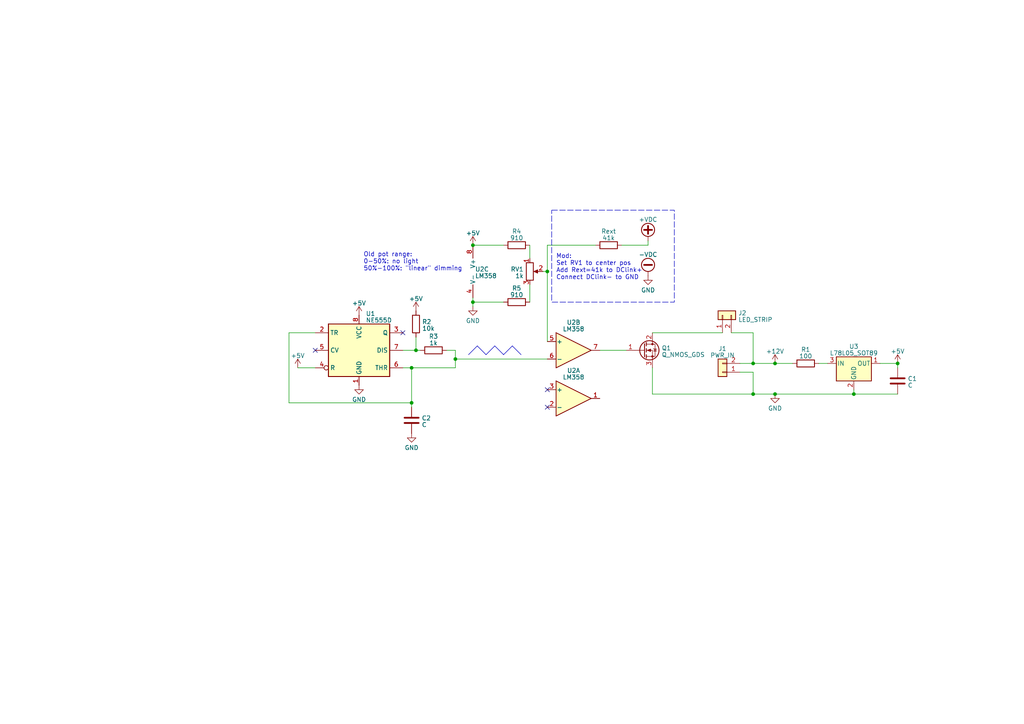
<source format=kicad_sch>
(kicad_sch (version 20230121) (generator eeschema)
  (paper "A4")
  (lib_symbols
    (symbol "Amplifier_Operational:LM358" (pin_names (offset 0.127))
      (property "Reference" "U" (at 0 5.08 0))
      (property "Value" "LM358" (at 0 -5.08 0))
      (symbol "LM358_1_1"
        (polyline (pts (xy -5.08 5.08) (xy 5.08 0) (xy -5.08 -5.08) (xy -5.08 5.08)) (stroke (width 0.254)) (fill (type background)))
        (pin output line (at 7.62 0 180) (length 2.54) (name "~") (number "1"))
        (pin input line (at -7.62 -2.54 0) (length 2.54) (name "-") (number "2"))
        (pin input line (at -7.62 2.54 0) (length 2.54) (name "+") (number "3"))
      )
      (symbol "LM358_2_1"
        (polyline (pts (xy -5.08 5.08) (xy 5.08 0) (xy -5.08 -5.08) (xy -5.08 5.08)) (stroke (width 0.254)) (fill (type background)))
        (pin input line (at -7.62 2.54 0) (length 2.54) (name "+") (number "5"))
        (pin input line (at -7.62 -2.54 0) (length 2.54) (name "-") (number "6"))
        (pin output line (at 7.62 0 180) (length 2.54) (name "~") (number "7"))
      )
      (symbol "LM358_3_1"
        (pin power_in line (at -2.54 -7.62 90) (length 3.81) (name "V-") (number "4"))
        (pin power_in line (at -2.54 7.62 270) (length 3.81) (name "V+") (number "8"))
      )
    )
    (symbol "Connector_Generic:Conn_01x02" (pin_names (offset 1.016) hide)
      (property "Reference" "J" (at 0 2.54 0))
      (property "Value" "Conn_01x02" (at 0 -5.08 0))
      (symbol "Conn_01x02_1_1"
        (rectangle (start -1.27 -2.413) (end 0 -2.667) (stroke (width 0.1524)))
        (rectangle (start -1.27 0.127) (end 0 -0.127) (stroke (width 0.1524)))
        (rectangle (start -1.27 1.27) (end 1.27 -3.81) (stroke (width 0.254)) (fill (type background)))
        (pin passive line (at -5.08 0 0) (length 3.81) (name "Pin_1") (number "1"))
        (pin passive line (at -5.08 -2.54 0) (length 3.81) (name "Pin_2") (number "2"))
      )
    )
    (symbol "Device:C" (pin_numbers hide) (pin_names (offset 0.254))
      (property "Reference" "C" (at 0.635 2.54 0))
      (property "Value" "C" (at 0.635 -2.54 0))
      (symbol "C_0_1"
        (polyline (pts (xy -2.032 -0.762) (xy 2.032 -0.762)) (stroke (width 0.508)))
        (polyline (pts (xy -2.032 0.762) (xy 2.032 0.762)) (stroke (width 0.508)))
      )
      (symbol "C_1_1"
        (pin passive line (at 0 3.81 270) (length 2.794) (name "~") (number "1"))
        (pin passive line (at 0 -3.81 90) (length 2.794) (name "~") (number "2"))
      )
    )
    (symbol "Device:Q_NMOS_GDS" (pin_names (offset 0) hide)
      (property "Reference" "Q" (at 5.08 1.27 0))
      (property "Value" "Q_NMOS_GDS" (at 5.08 -1.27 0))
      (symbol "Q_NMOS_GDS_0_1"
        (polyline (pts (xy 0.254 0) (xy -2.54 0)))
        (polyline (pts (xy 0.254 1.905) (xy 0.254 -1.905)) (stroke (width 0.254)))
        (polyline (pts (xy 0.762 -1.27) (xy 0.762 -2.286)) (stroke (width 0.254)))
        (polyline (pts (xy 0.762 0.508) (xy 0.762 -0.508)) (stroke (width 0.254)))
        (polyline (pts (xy 0.762 2.286) (xy 0.762 1.27)) (stroke (width 0.254)))
        (polyline (pts (xy 2.54 2.54) (xy 2.54 1.778)))
        (polyline (pts (xy 2.54 -2.54) (xy 2.54 0) (xy 0.762 0)))
        (polyline (pts (xy 0.762 -1.778) (xy 3.302 -1.778) (xy 3.302 1.778) (xy 0.762 1.778)))
        (polyline (pts (xy 1.016 0) (xy 2.032 0.381) (xy 2.032 -0.381) (xy 1.016 0)) (fill (type outline)))
        (polyline (pts (xy 2.794 0.508) (xy 2.921 0.381) (xy 3.683 0.381) (xy 3.81 0.254)))
        (polyline (pts (xy 3.302 0.381) (xy 2.921 -0.254) (xy 3.683 -0.254) (xy 3.302 0.381)))
        (circle (center 1.651 0) (radius 2.794) (stroke (width 0.254)))
        (circle (center 2.54 -1.778) (radius 0.254) (fill (type outline)))
        (circle (center 2.54 1.778) (radius 0.254) (fill (type outline)))
      )
      (symbol "Q_NMOS_GDS_1_1"
        (pin input line (at -5.08 0 0) (length 2.54) (name "G") (number "1"))
        (pin passive line (at 2.54 5.08 270) (length 2.54) (name "D") (number "2"))
        (pin passive line (at 2.54 -5.08 90) (length 2.54) (name "S") (number "3"))
      )
    )
    (symbol "Device:R" (pin_numbers hide) (pin_names (offset 0))
      (property "Reference" "R" (at 2.032 0 90))
      (property "Value" "R" (at 0 0 90))
      (symbol "R_0_1"
        (rectangle (start -1.016 -2.54) (end 1.016 2.54) (stroke (width 0.254)))
      )
      (symbol "R_1_1"
        (pin passive line (at 0 3.81 270) (length 1.27) (name "~") (number "1"))
        (pin passive line (at 0 -3.81 90) (length 1.27) (name "~") (number "2"))
      )
    )
    (symbol "Device:R_Potentiometer" (pin_names (offset 1.016) hide)
      (property "Reference" "RV" (at -4.445 0 90))
      (property "Value" "R_Potentiometer" (at -2.54 0 90))
      (symbol "R_Potentiometer_0_1"
        (polyline (pts (xy 2.54 0) (xy 1.524 0)))
        (polyline (pts (xy 1.143 0) (xy 2.286 0.508) (xy 2.286 -0.508) (xy 1.143 0)) (fill (type outline)))
        (rectangle (start 1.016 2.54) (end -1.016 -2.54) (stroke (width 0.254)))
      )
      (symbol "R_Potentiometer_1_1"
        (pin passive line (at 0 3.81 270) (length 1.27) (name "1") (number "1"))
        (pin passive line (at 3.81 0 180) (length 1.27) (name "2") (number "2"))
        (pin passive line (at 0 -3.81 90) (length 1.27) (name "3") (number "3"))
      )
    )
    (symbol "Regulator_Linear:L78L05_SOT89" (pin_names (offset 0.254))
      (property "Reference" "U" (at -3.81 3.175 0))
      (property "Value" "L78L05_SOT89" (at -0.635 3.175 0))
      (symbol "L78L05_SOT89_0_1"
        (rectangle (start -5.08 1.905) (end 5.08 -5.08) (stroke (width 0.254)) (fill (type background)))
      )
      (symbol "L78L05_SOT89_1_1"
        (pin power_out line (at 7.62 0 180) (length 2.54) (name "OUT") (number "1"))
        (pin power_in line (at 0 -7.62 90) (length 2.54) (name "GND") (number "2"))
        (pin power_in line (at -7.62 0 0) (length 2.54) (name "IN") (number "3"))
      )
    )
    (symbol "Timer:NE555D"
      (property "Reference" "U" (at -10.16 8.89 0))
      (property "Value" "NE555D" (at 2.54 8.89 0))
      (symbol "NE555D_0_0"
        (pin power_in line (at 0 -10.16 90) (length 2.54) (name "GND") (number "1"))
        (pin power_in line (at 0 10.16 270) (length 2.54) (name "VCC") (number "8"))
      )
      (symbol "NE555D_0_1"
        (rectangle (start -8.89 -7.62) (end 8.89 7.62) (stroke (width 0.254)) (fill (type background)))
        (rectangle (start -8.89 -7.62) (end 8.89 7.62) (stroke (width 0.254)) (fill (type background)))
      )
      (symbol "NE555D_1_1"
        (pin input line (at -12.7 5.08 0) (length 3.81) (name "TR") (number "2"))
        (pin output line (at 12.7 5.08 180) (length 3.81) (name "Q") (number "3"))
        (pin input inverted (at -12.7 -5.08 0) (length 3.81) (name "R") (number "4"))
        (pin input line (at -12.7 0 0) (length 3.81) (name "CV") (number "5"))
        (pin input line (at 12.7 -5.08 180) (length 3.81) (name "THR") (number "6"))
        (pin input line (at 12.7 0 180) (length 3.81) (name "DIS") (number "7"))
      )
    )
    (symbol "power:+12V" (power) (pin_names (offset 0))
      (property "Value" "+12V" (at 0 3.556 0))
      (symbol "+12V_0_1"
        (polyline (pts (xy -0.762 1.27) (xy 0 2.54)))
        (polyline (pts (xy 0 0) (xy 0 2.54)))
        (polyline (pts (xy 0 2.54) (xy 0.762 1.27)))
      )
      (symbol "+12V_1_1"
        (pin power_in line (at 0 0 90) (length 0) hide (name "+12V") (number "1"))
      )
    )
    (symbol "power:+5V" (power) (pin_names (offset 0))
      (property "Value" "+5V" (at 0 3.556 0))
      (symbol "+5V_0_1"
        (polyline (pts (xy -0.762 1.27) (xy 0 2.54)))
        (polyline (pts (xy 0 0) (xy 0 2.54)))
        (polyline (pts (xy 0 2.54) (xy 0.762 1.27)))
      )
      (symbol "+5V_1_1"
        (pin power_in line (at 0 0 90) (length 0) hide (name "+5V") (number "1"))
      )
    )
    (symbol "power:+VDC" (power) (pin_names (offset 0))
      (property "Value" "+VDC" (at 0 6.35 0))
      (symbol "+VDC_0_1"
        (polyline (pts (xy -1.143 3.175) (xy 1.143 3.175)) (stroke (width 0.508)))
        (polyline (pts (xy 0 0) (xy 0 1.27)))
        (polyline (pts (xy 0 2.032) (xy 0 4.318)) (stroke (width 0.508)))
        (circle (center 0 3.175) (radius 1.905) (stroke (width 0.254)))
      )
      (symbol "+VDC_1_1"
        (pin power_in line (at 0 0 90) (length 0) hide (name "+VDC") (number "1"))
      )
    )
    (symbol "power:-VDC" (power) (pin_names (offset 0))
      (property "Value" "-VDC" (at 0 6.35 0))
      (symbol "-VDC_0_1"
        (polyline (pts (xy -1.143 3.175) (xy 1.143 3.175)) (stroke (width 0.508)))
        (polyline (pts (xy 0 0) (xy 0 1.27)))
        (circle (center 0 3.175) (radius 1.905) (stroke (width 0.254)))
      )
      (symbol "-VDC_1_1"
        (pin power_in line (at 0 0 90) (length 0) hide (name "-VDC") (number "1"))
      )
    )
    (symbol "power:GND" (power) (pin_names (offset 0))
      (property "Value" "GND" (at 0 -3.81 0))
      (symbol "GND_0_1"
        (polyline (pts (xy 0 0) (xy 0 -1.27) (xy 1.27 -1.27) (xy 0 -2.54) (xy -1.27 -1.27) (xy 0 -1.27)))
      )
      (symbol "GND_1_1"
        (pin power_in line (at 0 0 270) (length 0) hide (name "GND") (number "1"))
      )
    )
  )
  (junction (at 224.79 105.41))
  (junction (at 119.38 106.68))
  (junction (at 260.35 105.41))
  (junction (at 120.65 101.6))
  (junction (at 132.08 104.14))
  (junction (at 119.38 116.84))
  (junction (at 218.44 105.41))
  (junction (at 218.44 114.3))
  (junction (at 247.65 114.3))
  (junction (at 137.16 71.12))
  (junction (at 224.79 114.3))
  (junction (at 158.75 78.74))
  (junction (at 137.16 87.63))
  (no_connect (at 158.75 113.03))
  (no_connect (at 158.75 118.11))
  (no_connect (at 91.44 101.6))
  (no_connect (at 116.84 96.52))
  (wire (pts (xy 187.96 69.85) (xy 187.96 71.12)))
  (wire (pts (xy 120.65 101.6) (xy 121.92 101.6)))
  (wire (pts (xy 218.44 105.41) (xy 224.79 105.41)))
  (wire (pts (xy 255.27 105.41) (xy 260.35 105.41)))
  (wire (pts (xy 132.08 104.14) (xy 132.08 106.68)))
  (wire (pts (xy 189.23 106.68) (xy 189.23 114.3)))
  (wire (pts (xy 224.79 114.3) (xy 247.65 114.3)))
  (wire (pts (xy 116.84 106.68) (xy 119.38 106.68)))
  (wire (pts (xy 237.49 105.41) (xy 240.03 105.41)))
  (wire (pts (xy 91.44 96.52) (xy 83.82 96.52)))
  (wire (pts (xy 247.65 114.3) (xy 247.65 113.03)))
  (wire (pts (xy 187.96 71.12) (xy 180.34 71.12)))
  (wire (pts (xy 119.38 106.68) (xy 119.38 116.84)))
  (wire (pts (xy 153.67 82.55) (xy 153.67 87.63)))
  (wire (pts (xy 214.63 107.95) (xy 218.44 107.95)))
  (polyline (pts (xy 143.51 100.33) (xy 146.05 102.87)))
  (wire (pts (xy 158.75 78.74) (xy 158.75 99.06)))
  (wire (pts (xy 119.38 106.68) (xy 132.08 106.68)))
  (wire (pts (xy 137.16 87.63) (xy 137.16 86.36)))
  (wire (pts (xy 120.65 97.79) (xy 120.65 101.6)))
  (wire (pts (xy 212.09 96.52) (xy 218.44 96.52)))
  (wire (pts (xy 158.75 71.12) (xy 172.72 71.12)))
  (wire (pts (xy 137.16 87.63) (xy 146.05 87.63)))
  (wire (pts (xy 218.44 96.52) (xy 218.44 105.41)))
  (wire (pts (xy 189.23 114.3) (xy 218.44 114.3)))
  (wire (pts (xy 132.08 104.14) (xy 158.75 104.14)))
  (wire (pts (xy 129.54 101.6) (xy 132.08 101.6)))
  (wire (pts (xy 218.44 114.3) (xy 224.79 114.3)))
  (wire (pts (xy 116.84 101.6) (xy 120.65 101.6)))
  (wire (pts (xy 137.16 71.12) (xy 146.05 71.12)))
  (wire (pts (xy 218.44 107.95) (xy 218.44 114.3)))
  (wire (pts (xy 83.82 96.52) (xy 83.82 116.84)))
  (wire (pts (xy 224.79 105.41) (xy 229.87 105.41)))
  (polyline (pts (xy 146.05 102.87) (xy 148.59 100.33)))
  (wire (pts (xy 137.16 88.9) (xy 137.16 87.63)))
  (wire (pts (xy 132.08 101.6) (xy 132.08 104.14)))
  (wire (pts (xy 83.82 116.84) (xy 119.38 116.84)))
  (wire (pts (xy 158.75 71.12) (xy 158.75 78.74)))
  (wire (pts (xy 119.38 116.84) (xy 119.38 118.11)))
  (wire (pts (xy 158.75 78.74) (xy 157.48 78.74)))
  (polyline (pts (xy 138.43 100.33) (xy 140.97 102.87)))
  (wire (pts (xy 247.65 114.3) (xy 260.35 114.3)))
  (wire (pts (xy 86.36 106.68) (xy 91.44 106.68)))
  (wire (pts (xy 153.67 71.12) (xy 153.67 74.93)))
  (wire (pts (xy 214.63 105.41) (xy 218.44 105.41)))
  (polyline (pts (xy 135.89 102.87) (xy 138.43 100.33)))
  (polyline (pts (xy 148.59 100.33) (xy 151.13 102.87)))
  (polyline (pts (xy 140.97 102.87) (xy 143.51 100.33)))
  (wire (pts (xy 173.99 101.6) (xy 181.61 101.6)))
  (wire (pts (xy 189.23 96.52) (xy 209.55 96.52)))
  (wire (pts (xy 260.35 105.41) (xy 260.35 106.68)))
  (rectangle (start 160.02 60.96) (end 195.58 87.63) (stroke (width 0) (type dash)))
  (text "Old pot range:\n0-50%: no light\n50%-100%: \"linear\" dimming" (at 105.41 78.74 0) (effects (font (size 1.27 1.27)) (justify left bottom)))
  (text "Mod:\nSet RV1 to center pos\nAdd Rext=41k to DClink+\nConnect DClink- to GND" (at 161.29 81.28 0) (effects (font (size 1.27 1.27)) (justify left bottom)))
  (symbol (lib_id "Timer:NE555D") (at 104.14 101.6 0) (unit 1)
    (property "Reference" "U1" (at 106.0959 90.9701 0) (effects (justify left)))
    (property "Value" "NE555D" (at 106.0959 92.8911 0) (effects (justify left)))
    (property "Footprint" "Package_SO:SOIC-8_3.9x4.9mm_P1.27mm" (effects hide))
    (property "Datasheet" "http://www.ti.com/lit/ds/symlink/ne555.pdf" (effects hide))
  )
  (symbol (lib_id "Device:Q_NMOS_GDS") (at 186.69 101.6 0) (unit 1)
    (property "Reference" "Q1" (at 191.897 100.9563 0) (effects (justify left)))
    (property "Value" "Q_NMOS_GDS" (at 191.897 102.8773 0) (effects (justify left)))
  )
  (symbol (lib_id "Amplifier_Operational:LM358") (at 166.37 101.6 0) (unit 2)
    (property "Reference" "U2" (at 166.37 93.5101 0))
    (property "Value" "LM358" (at 166.37 95.4311 0))
    (property "Datasheet" "http://www.ti.com/lit/ds/symlink/lm2904-n.pdf" (effects hide))
  )
  (symbol (lib_id "Regulator_Linear:L78L05_SOT89") (at 247.65 105.41 0) (unit 1)
    (property "Reference" "U3" (at 247.65 100.4951 0))
    (property "Value" "L78L05_SOT89" (at 247.65 102.4161 0))
    (property "Footprint" "Package_TO_SOT_SMD:SOT-89-3" (effects hide))
    (property "Datasheet" "http://www.st.com/content/ccc/resource/technical/document/datasheet/15/55/e5/aa/23/5b/43/fd/CD00000446.pdf/files/CD00000446.pdf/jcr:content/translations/en.CD00000446.pdf" (effects hide))
  )
  (symbol (lib_id "Connector_Generic:Conn_01x02") (at 209.55 91.44 90) (unit 1)
    (property "Reference" "J2" (at 214.122 90.7963 90) (effects (justify right)))
    (property "Value" "LED_STRIP" (at 214.122 92.7173 90) (effects (justify right)))
  )
  (symbol (lib_id "power:GND") (at 137.16 88.9 0) (unit 1)
    (property "Reference" "#PWR04" (effects hide))
    (property "Value" "GND" (at 137.16 93.0355 0))
  )
  (symbol (lib_id "Device:C") (at 260.35 110.49 0) (unit 1)
    (property "Reference" "C1" (at 263.271 109.8463 0) (effects (justify left)))
    (property "Value" "C" (at 263.271 111.7673 0) (effects (justify left)))
  )
  (symbol (lib_id "power:-VDC") (at 187.96 80.01 0) (unit 1)
    (property "Reference" "#PWR012" (effects hide))
    (property "Value" "-VDC" (at 187.96 73.8411 0))
  )
  (symbol (lib_id "power:+5V") (at 260.35 105.41 0) (unit 1)
    (property "Reference" "#PWR06" (effects hide))
    (property "Value" "+5V" (at 260.35 101.9081 0))
  )
  (symbol (lib_id "Amplifier_Operational:LM358") (at 166.37 115.57 0) (unit 1)
    (property "Reference" "U2" (at 166.37 107.4801 0))
    (property "Value" "LM358" (at 166.37 109.4011 0))
    (property "Datasheet" "http://www.ti.com/lit/ds/symlink/lm2904-n.pdf" (effects hide))
  )
  (symbol (lib_id "Device:R") (at 233.68 105.41 90) (unit 1)
    (property "Reference" "R1" (at 233.68 101.3841 90))
    (property "Value" "100" (at 233.68 103.3051 90))
  )
  (symbol (lib_id "Amplifier_Operational:LM358") (at 139.7 78.74 0) (unit 3)
    (property "Reference" "U2" (at 137.795 78.0963 0) (effects (justify left)))
    (property "Value" "LM358" (at 137.795 80.0173 0) (effects (justify left)))
    (property "Datasheet" "http://www.ti.com/lit/ds/symlink/lm2904-n.pdf" (effects hide))
  )
  (symbol (lib_id "power:+5V") (at 86.36 106.68 0) (unit 1)
    (property "Reference" "#PWR08" (effects hide))
    (property "Value" "+5V" (at 86.36 103.1781 0))
  )
  (symbol (lib_id "power:GND") (at 224.79 114.3 0) (unit 1)
    (property "Reference" "#PWR02" (effects hide))
    (property "Value" "GND" (at 224.79 118.4355 0))
  )
  (symbol (lib_id "power:GND") (at 119.38 125.73 0) (unit 1)
    (property "Reference" "#PWR05" (effects hide))
    (property "Value" "GND" (at 119.38 129.8655 0))
  )
  (symbol (lib_id "power:+5V") (at 137.16 71.12 0) (unit 1)
    (property "Reference" "#PWR07" (effects hide))
    (property "Value" "+5V" (at 137.16 67.6181 0))
  )
  (symbol (lib_id "power:GND") (at 104.14 111.76 0) (unit 1)
    (property "Reference" "#PWR03" (effects hide))
    (property "Value" "GND" (at 104.14 115.8955 0))
  )
  (symbol (lib_id "power:+VDC") (at 187.96 69.85 0) (unit 1)
    (property "Reference" "#PWR011" (effects hide))
    (property "Value" "+VDC" (at 187.96 63.6811 0))
  )
  (symbol (lib_id "power:+5V") (at 104.14 91.44 0) (unit 1)
    (property "Reference" "#PWR010" (effects hide))
    (property "Value" "+5V" (at 104.14 87.9381 0))
  )
  (symbol (lib_id "Device:R_Potentiometer") (at 153.67 78.74 0) (unit 1)
    (property "Reference" "RV1" (at 151.8921 78.0963 0) (effects (justify right)))
    (property "Value" "1k" (at 151.8921 80.0173 0) (effects (justify right)))
  )
  (symbol (lib_id "Device:R") (at 176.53 71.12 90) (unit 1)
    (property "Reference" "Rext" (at 176.53 67.0941 90))
    (property "Value" "41k" (at 176.53 69.0151 90))
  )
  (symbol (lib_id "power:+12V") (at 224.79 105.41 0) (unit 1)
    (property "Reference" "#PWR01" (effects hide))
    (property "Value" "+12V" (at 224.79 101.9081 0))
  )
  (symbol (lib_id "Device:R") (at 149.86 71.12 90) (unit 1)
    (property "Reference" "R4" (at 149.86 67.0941 90))
    (property "Value" "910" (at 149.86 69.0151 90))
  )
  (symbol (lib_id "power:GND") (at 187.96 80.01 0) (unit 1)
    (property "Reference" "#PWR013" (effects hide))
    (property "Value" "GND" (at 187.96 84.1455 0))
  )
  (symbol (lib_id "Device:R") (at 125.73 101.6 270) (unit 1)
    (property "Reference" "R3" (at 125.73 97.5741 90))
    (property "Value" "1k" (at 125.73 99.4951 90))
  )
  (symbol (lib_id "Connector_Generic:Conn_01x02") (at 209.55 107.95 180) (unit 1)
    (property "Reference" "J1" (at 209.55 101.1301 0))
    (property "Value" "PWR_IN" (at 209.55 103.0511 0))
  )
  (symbol (lib_id "Device:R") (at 120.65 93.98 180) (unit 1)
    (property "Reference" "R2" (at 122.428 93.3363 0) (effects (justify right)))
    (property "Value" "10k" (at 122.428 95.2573 0) (effects (justify right)))
  )
  (symbol (lib_id "Device:R") (at 149.86 87.63 90) (unit 1)
    (property "Reference" "R5" (at 149.86 83.6041 90))
    (property "Value" "910" (at 149.86 85.5251 90))
  )
  (symbol (lib_id "power:+5V") (at 120.65 90.17 0) (unit 1)
    (property "Reference" "#PWR09" (effects hide))
    (property "Value" "+5V" (at 120.65 86.6681 0))
  )
  (symbol (lib_id "Device:C") (at 119.38 121.92 0) (unit 1)
    (property "Reference" "C2" (at 122.301 121.2763 0) (effects (justify left)))
    (property "Value" "C" (at 122.301 123.1973 0) (effects (justify left)))
  )
)
</source>
